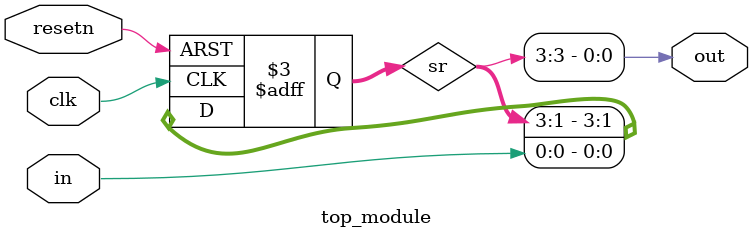
<source format=sv>
module top_module (
	input clk,
	input resetn,
	input in,
	output out
);
    reg [3:0] sr;

    always @(posedge clk or negedge resetn) begin
        if (!resetn)
            sr <= 4'b0000;
        else
            sr <= {sr[3:1], in};
    end

    assign out = sr[3];

endmodule

</source>
